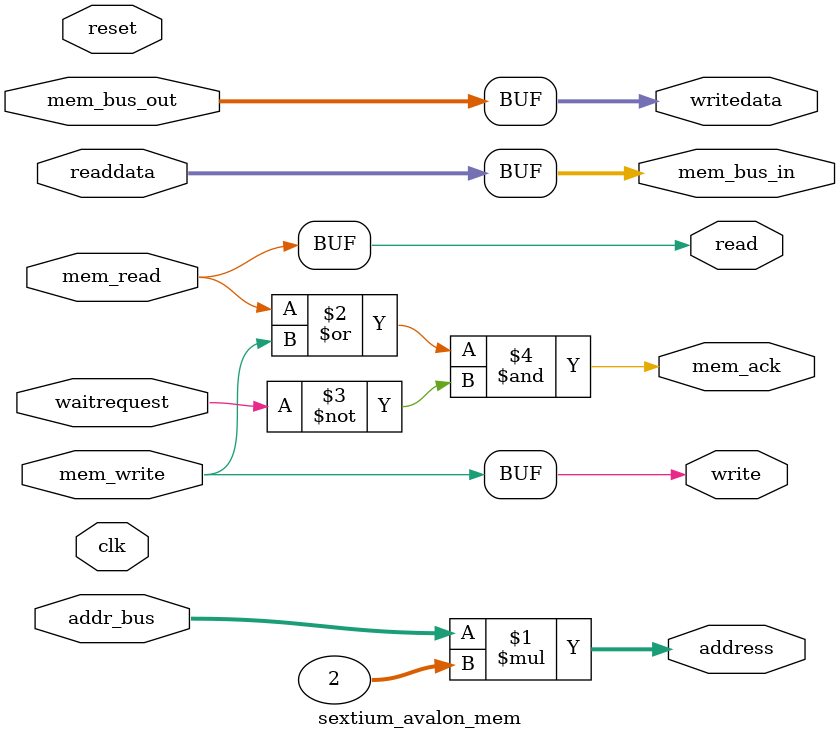
<source format=v>
module sextium_avalon_mem
(
	input clk,
	input reset,
	
	output [31:0] address,
	output read,
	input [15:0] readdata,
	input waitrequest,
	output write,
	output [15:0] writedata,
	
	input [15:0] addr_bus,
	output mem_ack,
	output [15:0] mem_bus_in,
	input [15:0] mem_bus_out,
	input mem_read,
	input mem_write
);

	// asynchronous access
	assign address = addr_bus*2;
	assign mem_bus_in = readdata;
	assign writedata = mem_bus_out;
	assign read = mem_read;
	assign write = mem_write;
	assign mem_ack = (mem_read | mem_write) & ~waitrequest;

endmodule
</source>
